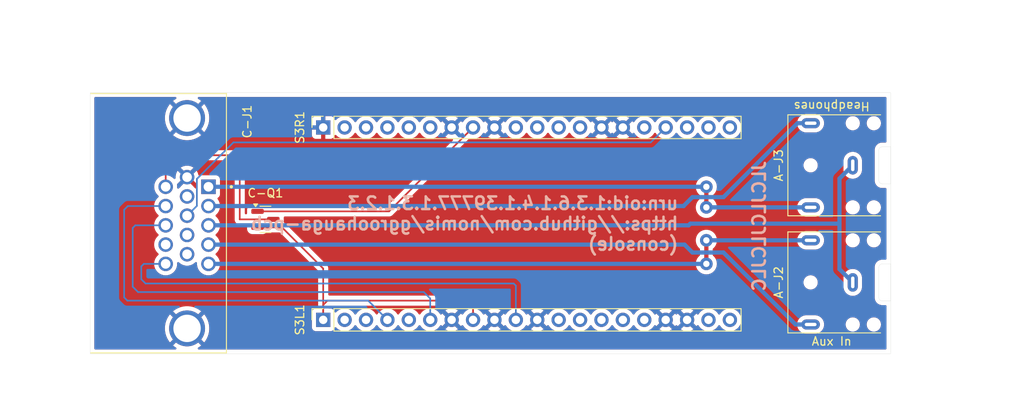
<source format=kicad_pcb>
(kicad_pcb (version 20241229) (generator "pcbnew") (generator_version "9.0")
  (layers (0 "F.Cu" signal) (2 "B.Cu" signal) (13 "F.Paste" user) (15 "B.Paste" user) (5 "F.SilkS" user "F.Silkscreen") (7 "B.SilkS" user "B.Silkscreen") (1 "F.Mask" user) (3 "B.Mask" user) (25 "Edge.Cuts" user))
  (net 0 "")
  (net 2 "AUDIO_HEADPHONES_L")
  (net 3 "AUDIO_HEADPHONES_R")
  (net 4 "AUDIO_AUX_L")
  (net 8 "+3.3V")
  (net 27 "AUDIO_GROUND")
  (net 28 "AUDIO_AUX_R")
  (net 29 "/Common/GPIO_L8_C8_M10{slash}AMP_POWER_IN")
  (net 30 "/Common/GPIO_L9_C9_M13{slash}AMP_TX")
  (net 31 "/Common/GPIO_L14_C48_M33{slash}AMP_DETECT")
  (net 32 "/Common/GPIO_L10_C10_M14{slash}AMP_RX")
  (net 33 "/Common/GPIO_L48_C35_M36{slash}CON_ANNOUNCE")
  (net 34 "/Common/GPIO_L13_C47_M26{slash}AMP_ANNOUNCE")
  (net 35 "/Common/GPIO_L4_C4_M2{slash}CON_RX")
  (net 36 "/Common/CON_POWER_OUT")
  (net 37 "/Common/GPIO_L6_C6_M4{slash}CON_TX")
  (net 38 "/Common/GPIO_L17_C17_M8{slash}CON_DETECT")
  (net 39 "/Common/GPIO_L40_C40_M41{slash}CON_POWER_OUT")
  (net 40 "GND")
  (footprint "Package_TO_SOT_SMD:SOT-23" (layer "F.Cu") (at 74.676 65.532)
    (property "Reference" "C-Q1" (at 0 -3.1265 0) (layer "F.SilkS"))
    (property "Value" "DMP2004K")
    (fp_line (start 0 -1.56) (end -0.65 -1.56) (stroke (width 0.12)) (layer "F.SilkS"))
    (fp_line (start 0 -1.56) (end 0.65 -1.56) (stroke (width 0.12)) (layer "F.SilkS"))
    (fp_line (start 0 1.56) (end -0.65 1.56) (stroke (width 0.12)) (layer "F.SilkS"))
    (fp_line (start 0 1.56) (end 0.65 1.56) (stroke (width 0.12)) (layer "F.SilkS"))
    (fp_poly (pts (xy -1.1625 -1.51) (xy -1.4025 -1.84) (xy -0.9225 -1.84)) (stroke (width 0.12)) (fill yes) (layer "F.SilkS"))
    (pad "1" smd roundrect (at -0.9375 -0.95) (size 1.475 0.6) (layers "F.Cu" "F.Mask" "F.Paste") (net 39 "/Common/GPIO_L40_C40_M41{slash}CON_POWER_OUT"))
    (pad "2" smd roundrect (at -0.9375 0.95) (size 1.475 0.6) (layers "F.Cu" "F.Mask" "F.Paste") (net 8 "+3.3V"))
    (pad "3" smd roundrect (at 0.9375 0) (size 1.475 0.6) (layers "F.Cu" "F.Mask" "F.Paste") (net 36 "/Common/CON_POWER_OUT"))
  )
  (footprint "ggroohauga:Jack_3.5mm_CUI_SJ1-3523N_Horizontal" (layer "F.Cu") (at 144.373248 73.01992 90)
    (property "Reference" "A-J2" (at 0 -8.8 90) (layer "F.SilkS"))
    (property "Value" "Aux In" (at -7 -2.5 0) (layer "F.SilkS"))
    (fp_line (start 6 -7.7) (end 6 3.3) (stroke (width 0.12)) (layer "F.SilkS"))
    (fp_line (start -6 -7.7) (end 6 -7.7) (stroke (width 0.12)) (layer "F.SilkS"))
    (fp_line (start -6 3.3) (end -6 -7.7) (stroke (width 0.12)) (layer "F.SilkS"))
    (fp_line (start 1.8 3.1) (end -1.8 3.1) (stroke (width 0.0254)) (layer "Edge.Cuts"))
    (fp_line (start 2.2 3.5) (end 2.2 4.5) (stroke (width 0.0254)) (layer "Edge.Cuts"))
    (fp_line (start -2.2 3.5) (end -2.2 4.5) (stroke (width 0.0254)) (layer "Edge.Cuts"))
    (fp_line (start 2.2 4.5) (end -2.2 4.5) (stroke (width 0.0254)) (layer "Edge.Cuts"))
    (fp_arc (start 1.8 3.1) (mid 2.082843 3.217157) (end 2.2 3.5) (stroke (width 0.0254)) (layer "Edge.Cuts"))
    (fp_arc (start -2.2 3.5) (mid -2.082843 3.217158) (end -1.8 3.1) (stroke (width 0.0254)) (layer "Edge.Cuts"))
    (pad "" np_thru_hole circle (at -5 0 90) (size 1.2 1.2) (drill 1.2) (layers "*.Cu" "*.Mask"))
    (pad "" np_thru_hole circle (at -5 2.5 90) (size 1.2 1.2) (drill 1.2) (layers "*.Cu" "*.Mask"))
    (pad "" np_thru_hole circle (at 0 -5 90) (size 1.2 1.2) (drill 1.2) (layers "*.Cu" "*.Mask"))
    (pad "" np_thru_hole circle (at 5 0 90) (size 1.2 1.2) (drill 1.2) (layers "*.Cu" "*.Mask"))
    (pad "" np_thru_hole circle (at 5 2.5 90) (size 1.2 1.2) (drill 1.2) (layers "*.Cu" "*.Mask"))
    (pad "R" thru_hole oval (at -5 -5 90) (size 1.2 2.2) (drill oval 0.4 1.4) (layers "*.Cu" "*.Mask") (net 28 "AUDIO_AUX_R"))
    (pad "S" thru_hole oval (at 0 0 90) (size 2.2 1.2) (drill oval 1.4 0.4) (layers "*.Cu" "*.Mask") (net 27 "AUDIO_GROUND"))
    (pad "T" thru_hole oval (at 5 -5 270) (size 1.2 2.2) (drill oval 0.4 1.4) (layers "*.Cu" "*.Mask") (net 4 "AUDIO_AUX_L"))
  )
  (footprint "Connector_PinSocket_2.54mm:PinSocket_1x20_P2.54mm_Vertical" (layer "F.Cu") (at 81.534 54.61 90)
    (property "Reference" "S3R1" (at 0 -2.77 90) (layer "F.SilkS"))
    (property "Value" "Conn_01x20_Socket")
    (fp_line (start 1.33 -1.33) (end 1.33 0) (stroke (width 0.12)) (layer "F.SilkS"))
    (fp_line (start 0 -1.33) (end 1.33 -1.33) (stroke (width 0.12)) (layer "F.SilkS"))
    (fp_line (start 1.33 1.27) (end 1.33 49.59) (stroke (width 0.12)) (layer "F.SilkS"))
    (fp_line (start -1.33 1.27) (end 1.33 1.27) (stroke (width 0.12)) (layer "F.SilkS"))
    (fp_line (start -1.33 1.27) (end -1.33 49.59) (stroke (width 0.12)) (layer "F.SilkS"))
    (fp_line (start -1.33 49.59) (end 1.33 49.59) (stroke (width 0.12)) (layer "F.SilkS"))
    (pad "1" thru_hole rect (at 0 0 90) (size 1.7 1.7) (drill 1) (layers "*.Cu" "*.Mask") (net 40 "GND"))
    (pad "2" thru_hole circle (at 0 2.54 90) (size 1.7 1.7) (drill 1) (layers "*.Cu" "*.Mask"))
    (pad "3" thru_hole circle (at 0 5.08 90) (size 1.7 1.7) (drill 1) (layers "*.Cu" "*.Mask"))
    (pad "4" thru_hole circle (at 0 7.62 90) (size 1.7 1.7) (drill 1) (layers "*.Cu" "*.Mask"))
    (pad "5" thru_hole circle (at 0 10.16 90) (size 1.7 1.7) (drill 1) (layers "*.Cu" "*.Mask"))
    (pad "6" thru_hole circle (at 0 12.7 90) (size 1.7 1.7) (drill 1) (layers "*.Cu" "*.Mask"))
    (pad "7" thru_hole circle (at 0 15.24 90) (size 1.7 1.7) (drill 1) (layers "*.Cu" "*.Mask") (net 40 "GND"))
    (pad "8" thru_hole circle (at 0 17.78 90) (size 1.7 1.7) (drill 1) (layers "*.Cu" "*.Mask") (net 39 "/Common/GPIO_L40_C40_M41{slash}CON_POWER_OUT"))
    (pad "9" thru_hole circle (at 0 20.32 90) (size 1.7 1.7) (drill 1) (layers "*.Cu" "*.Mask") (net 40 "GND"))
    (pad "10" thru_hole circle (at 0 22.86 90) (size 1.7 1.7) (drill 1) (layers "*.Cu" "*.Mask"))
    (pad "11" thru_hole circle (at 0 25.4 90) (size 1.7 1.7) (drill 1) (layers "*.Cu" "*.Mask"))
    (pad "12" thru_hole circle (at 0 27.94 90) (size 1.7 1.7) (drill 1) (layers "*.Cu" "*.Mask"))
    (pad "13" thru_hole circle (at 0 30.48 90) (size 1.7 1.7) (drill 1) (layers "*.Cu" "*.Mask") (net 33 "/Common/GPIO_L48_C35_M36{slash}CON_ANNOUNCE"))
    (pad "14" thru_hole circle (at 0 33.02 90) (size 1.7 1.7) (drill 1) (layers "*.Cu" "*.Mask") (net 40 "GND"))
    (pad "15" thru_hole circle (at 0 35.56 90) (size 1.7 1.7) (drill 1) (layers "*.Cu" "*.Mask") (net 40 "GND"))
    (pad "16" thru_hole circle (at 0 38.1 90) (size 1.7 1.7) (drill 1) (layers "*.Cu" "*.Mask") (net 31 "/Common/GPIO_L14_C48_M33{slash}AMP_DETECT"))
    (pad "17" thru_hole circle (at 0 40.64 90) (size 1.7 1.7) (drill 1) (layers "*.Cu" "*.Mask") (net 34 "/Common/GPIO_L13_C47_M26{slash}AMP_ANNOUNCE"))
    (pad "18" thru_hole circle (at 0 43.18 90) (size 1.7 1.7) (drill 1) (layers "*.Cu" "*.Mask"))
    (pad "19" thru_hole circle (at 0 45.72 90) (size 1.7 1.7) (drill 1) (layers "*.Cu" "*.Mask"))
    (pad "20" thru_hole circle (at 0 48.26 90) (size 1.7 1.7) (drill 1) (layers "*.Cu" "*.Mask"))
  )
  (footprint "Amphenol:AMPHENOL_L717HDE15PD1CH4F" (layer "F.Cu") (at 65.3796 65.9892 -90)
    (property "Reference" "C-J1" (at -12.075 -7.135 90) (layer "F.SilkS"))
    (property "Value" "DE15_Pins_HighDensity_MountingHoles")
    (fp_line (start -15.405 11.43) (end -15.405 -4.67) (stroke (width 0.127)) (layer "F.SilkS"))
    (fp_line (start 15.405 11.43) (end 15.405 -4.67) (stroke (width 0.127)) (layer "F.SilkS"))
    (fp_line (start -15.405 -4.67) (end 15.405 -4.67) (stroke (width 0.127)) (layer "F.SilkS"))
    (fp_circle (center -4.33 -5.25) (end -4.23 -5.25) (stroke (width 0.2)) (fill no) (layer "F.SilkS"))
    (pad "0" thru_hole circle (at -12.495 0 270) (size 4.266 4.266) (drill 3.25) (layers "*.Cu" "*.Mask") (net 40 "GND"))
    (pad "0" thru_hole circle (at 12.495 0 270) (size 4.266 4.266) (drill 3.25) (layers "*.Cu" "*.Mask") (net 40 "GND"))
    (pad "1" thru_hole rect (at -4.33 -2.54 270) (size 1.725 1.725) (drill 1.15) (layers "*.Cu" "*.Mask") (net 3 "AUDIO_HEADPHONES_R"))
    (pad "2" thru_hole circle (at -2.04 -2.54 270) (size 1.725 1.725) (drill 1.15) (layers "*.Cu" "*.Mask") (net 2 "AUDIO_HEADPHONES_L"))
    (pad "3" thru_hole circle (at 0.25 -2.54 270) (size 1.725 1.725) (drill 1.15) (layers "*.Cu" "*.Mask") (net 27 "AUDIO_GROUND"))
    (pad "4" thru_hole circle (at 2.54 -2.54 270) (size 1.725 1.725) (drill 1.15) (layers "*.Cu" "*.Mask") (net 28 "AUDIO_AUX_R"))
    (pad "5" thru_hole circle (at 4.83 -2.54 270) (size 1.725 1.725) (drill 1.15) (layers "*.Cu" "*.Mask") (net 4 "AUDIO_AUX_L"))
    (pad "6" thru_hole circle (at -5.475 0 270) (size 1.725 1.725) (drill 1.15) (layers "*.Cu" "*.Mask") (net 40 "GND"))
    (pad "7" thru_hole circle (at -3.185 0 270) (size 1.725 1.725) (drill 1.15) (layers "*.Cu" "*.Mask"))
    (pad "8" thru_hole circle (at -0.895 0 270) (size 1.725 1.725) (drill 1.15) (layers "*.Cu" "*.Mask") (net 34 "/Common/GPIO_L13_C47_M26{slash}AMP_ANNOUNCE"))
    (pad "9" thru_hole circle (at 1.395 0 270) (size 1.725 1.725) (drill 1.15) (layers "*.Cu" "*.Mask"))
    (pad "10" thru_hole circle (at 3.685 0 270) (size 1.725 1.725) (drill 1.15) (layers "*.Cu" "*.Mask"))
    (pad "11" thru_hole circle (at -4.33 2.54 270) (size 1.725 1.725) (drill 1.15) (layers "*.Cu" "*.Mask") (net 36 "/Common/CON_POWER_OUT"))
    (pad "12" thru_hole circle (at -2.04 2.54 270) (size 1.725 1.725) (drill 1.15) (layers "*.Cu" "*.Mask") (net 35 "/Common/GPIO_L4_C4_M2{slash}CON_RX"))
    (pad "13" thru_hole circle (at 0.25 2.54 270) (size 1.725 1.725) (drill 1.15) (layers "*.Cu" "*.Mask") (net 37 "/Common/GPIO_L6_C6_M4{slash}CON_TX"))
    (pad "14" thru_hole circle (at 2.54 2.54 270) (size 1.725 1.725) (drill 1.15) (layers "*.Cu" "*.Mask"))
    (pad "15" thru_hole circle (at 4.83 2.54 270) (size 1.725 1.725) (drill 1.15) (layers "*.Cu" "*.Mask") (net 38 "/Common/GPIO_L17_C17_M8{slash}CON_DETECT"))
  )
  (footprint "Connector_PinSocket_2.54mm:PinSocket_1x20_P2.54mm_Vertical" (layer "F.Cu") (at 81.534 77.47 90)
    (property "Reference" "S3L1" (at 0 -2.77 90) (layer "F.SilkS"))
    (property "Value" "Conn_01x20_Socket")
    (fp_line (start 1.33 -1.33) (end 1.33 0) (stroke (width 0.12)) (layer "F.SilkS"))
    (fp_line (start 0 -1.33) (end 1.33 -1.33) (stroke (width 0.12)) (layer "F.SilkS"))
    (fp_line (start 1.33 1.27) (end 1.33 49.59) (stroke (width 0.12)) (layer "F.SilkS"))
    (fp_line (start -1.33 1.27) (end 1.33 1.27) (stroke (width 0.12)) (layer "F.SilkS"))
    (fp_line (start -1.33 1.27) (end -1.33 49.59) (stroke (width 0.12)) (layer "F.SilkS"))
    (fp_line (start -1.33 49.59) (end 1.33 49.59) (stroke (width 0.12)) (layer "F.SilkS"))
    (pad "1" thru_hole rect (at 0 0 90) (size 1.7 1.7) (drill 1) (layers "*.Cu" "*.Mask") (net 8 "+3.3V"))
    (pad "2" thru_hole circle (at 0 2.54 90) (size 1.7 1.7) (drill 1) (layers "*.Cu" "*.Mask"))
    (pad "3" thru_hole circle (at 0 5.08 90) (size 1.7 1.7) (drill 1) (layers "*.Cu" "*.Mask"))
    (pad "4" thru_hole circle (at 0 7.62 90) (size 1.7 1.7) (drill 1) (layers "*.Cu" "*.Mask") (net 35 "/Common/GPIO_L4_C4_M2{slash}CON_RX"))
    (pad "5" thru_hole circle (at 0 10.16 90) (size 1.7 1.7) (drill 1) (layers "*.Cu" "*.Mask"))
    (pad "6" thru_hole circle (at 0 12.7 90) (size 1.7 1.7) (drill 1) (layers "*.Cu" "*.Mask") (net 37 "/Common/GPIO_L6_C6_M4{slash}CON_TX"))
    (pad "7" thru_hole circle (at 0 15.24 90) (size 1.7 1.7) (drill 1) (layers "*.Cu" "*.Mask") (net 40 "GND"))
    (pad "8" thru_hole circle (at 0 17.78 90) (size 1.7 1.7) (drill 1) (layers "*.Cu" "*.Mask") (net 8 "+3.3V"))
    (pad "9" thru_hole circle (at 0 20.32 90) (size 1.7 1.7) (drill 1) (layers "*.Cu" "*.Mask") (net 40 "GND"))
    (pad "10" thru_hole circle (at 0 22.86 90) (size 1.7 1.7) (drill 1) (layers "*.Cu" "*.Mask") (net 38 "/Common/GPIO_L17_C17_M8{slash}CON_DETECT"))
    (pad "11" thru_hole circle (at 0 25.4 90) (size 1.7 1.7) (drill 1) (layers "*.Cu" "*.Mask") (net 40 "GND"))
    (pad "12" thru_hole circle (at 0 27.94 90) (size 1.7 1.7) (drill 1) (layers "*.Cu" "*.Mask") (net 29 "/Common/GPIO_L8_C8_M10{slash}AMP_POWER_IN"))
    (pad "13" thru_hole circle (at 0 30.48 90) (size 1.7 1.7) (drill 1) (layers "*.Cu" "*.Mask"))
    (pad "14" thru_hole circle (at 0 33.02 90) (size 1.7 1.7) (drill 1) (layers "*.Cu" "*.Mask"))
    (pad "15" thru_hole circle (at 0 35.56 90) (size 1.7 1.7) (drill 1) (layers "*.Cu" "*.Mask") (net 30 "/Common/GPIO_L9_C9_M13{slash}AMP_TX"))
    (pad "16" thru_hole circle (at 0 38.1 90) (size 1.7 1.7) (drill 1) (layers "*.Cu" "*.Mask") (net 32 "/Common/GPIO_L10_C10_M14{slash}AMP_RX"))
    (pad "17" thru_hole circle (at 0 40.64 90) (size 1.7 1.7) (drill 1) (layers "*.Cu" "*.Mask") (net 40 "GND"))
    (pad "18" thru_hole circle (at 0 43.18 90) (size 1.7 1.7) (drill 1) (layers "*.Cu" "*.Mask") (net 40 "GND"))
    (pad "19" thru_hole circle (at 0 45.72 90) (size 1.7 1.7) (drill 1) (layers "*.Cu" "*.Mask"))
    (pad "20" thru_hole circle (at 0 48.26 90) (size 1.7 1.7) (drill 1) (layers "*.Cu" "*.Mask"))
  )
  (footprint "ggroohauga:Jack_3.5mm_CUI_SJ1-3523N_Horizontal" (layer "F.Cu") (at 144.373248 59.1058 90)
    (property "Reference" "A-J3" (at 0 -8.8 90) (layer "F.SilkS"))
    (property "Value" "Headphones" (at 7 -2.5 180) (layer "F.SilkS"))
    (fp_line (start 6 -7.7) (end 6 3.3) (stroke (width 0.12)) (layer "F.SilkS"))
    (fp_line (start -6 -7.7) (end 6 -7.7) (stroke (width 0.12)) (layer "F.SilkS"))
    (fp_line (start -6 3.3) (end -6 -7.7) (stroke (width 0.12)) (layer "F.SilkS"))
    (fp_line (start 1.8 3.1) (end -1.8 3.1) (stroke (width 0.0254)) (layer "Edge.Cuts"))
    (fp_line (start 2.2 3.5) (end 2.2 4.5) (stroke (width 0.0254)) (layer "Edge.Cuts"))
    (fp_line (start -2.2 3.5) (end -2.2 4.5) (stroke (width 0.0254)) (layer "Edge.Cuts"))
    (fp_line (start 2.2 4.5) (end -2.2 4.5) (stroke (width 0.0254)) (layer "Edge.Cuts"))
    (fp_arc (start 1.8 3.1) (mid 2.082843 3.217157) (end 2.2 3.5) (stroke (width 0.0254)) (layer "Edge.Cuts"))
    (fp_arc (start -2.2 3.5) (mid -2.082843 3.217158) (end -1.8 3.1) (stroke (width 0.0254)) (layer "Edge.Cuts"))
    (pad "" np_thru_hole circle (at -5 0 90) (size 1.2 1.2) (drill 1.2) (layers "*.Cu" "*.Mask"))
    (pad "" np_thru_hole circle (at -5 2.5 90) (size 1.2 1.2) (drill 1.2) (layers "*.Cu" "*.Mask"))
    (pad "" np_thru_hole circle (at 0 -5 90) (size 1.2 1.2) (drill 1.2) (layers "*.Cu" "*.Mask"))
    (pad "" np_thru_hole circle (at 5 0 90) (size 1.2 1.2) (drill 1.2) (layers "*.Cu" "*.Mask"))
    (pad "" np_thru_hole circle (at 5 2.5 90) (size 1.2 1.2) (drill 1.2) (layers "*.Cu" "*.Mask"))
    (pad "R" thru_hole oval (at -5 -5 90) (size 1.2 2.2) (drill oval 0.4 1.4) (layers "*.Cu" "*.Mask") (net 3 "AUDIO_HEADPHONES_R"))
    (pad "S" thru_hole oval (at 0 0 90) (size 2.2 1.2) (drill oval 1.4 0.4) (layers "*.Cu" "*.Mask") (net 27 "AUDIO_GROUND"))
    (pad "T" thru_hole oval (at 5 -5 270) (size 1.2 2.2) (drill oval 0.4 1.4) (layers "*.Cu" "*.Mask") (net 2 "AUDIO_HEADPHONES_L"))
  )
  (gr_rect (start 53.8734 50.4892) (end 148.8734 81.4892) (stroke (width 0.0254)) (fill no) (layer "Edge.Cuts"))
  (gr_text "JLCJLCJLCJLC" (at 134.144 58.42 90) (layer "B.SilkS") (effects (font (size 1.5 1.5) (thickness 0.3) (bold yes)) (justify left bottom mirror)))
  (gr_text "urn:oid:1.3.6.1.4.1.39777.1.3.1.2.3\nhttps://github.com/nomis/ggroohauga-pcb\n(console)" (at 123.825 66.04 0) (layer "B.SilkS") (effects (font (size 1.5 1.5) (thickness 0.3) (bold yes)) (justify left mirror)))
  (segment (start 124.2996 63.9492) (end 124.2996 63.9398) (width 0.5) (layer "B.Cu") (net 2))
  (segment (start 124.2996 63.9398) (end 125.349 62.8904) (width 0.5) (layer "B.Cu") (net 2))
  (segment (start 129.032 62.8904) (end 137.8166 54.1058) (width 0.5) (layer "B.Cu") (net 2))
  (segment (start 67.9196 63.9492) (end 124.2996 63.9492) (width 0.5) (layer "B.Cu") (net 2))
  (segment (start 137.8166 54.1058) (end 139.373248 54.1058) (width 0.5) (layer "B.Cu") (net 2))
  (segment (start 125.349 62.8904) (end 129.032 62.8904) (width 0.5) (layer "B.Cu") (net 2))
  (segment (start 127 61.6592) (end 127 64.1058) (width 0.5) (layer "F.Cu") (net 3))
  (via (at 127 61.6592) (size 1.5) (drill 0.75) (layers "F.Cu" "B.Cu") (net 3))
  (via (at 127 64.1058) (size 1.5) (drill 0.75) (layers "F.Cu" "B.Cu") (net 3))
  (segment (start 67.9196 61.6592) (end 127 61.6592) (width 0.5) (layer "B.Cu") (net 3))
  (segment (start 127 64.1058) (end 139.373248 64.1058) (width 0.5) (layer "B.Cu") (net 3))
  (segment (start 127 68.01992) (end 127 70.8192) (width 0.5) (layer "F.Cu") (net 4))
  (via (at 127 70.8192) (size 1.5) (drill 0.75) (layers "F.Cu" "B.Cu") (net 4))
  (via (at 127 68.01992) (size 1.5) (drill 0.75) (layers "F.Cu" "B.Cu") (net 4))
  (segment (start 127 68.01992) (end 139.373248 68.01992) (width 0.5) (layer "B.Cu") (net 4))
  (segment (start 67.9196 70.8192) (end 127 70.8192) (width 0.5) (layer "B.Cu") (net 4))
  (segment (start 99.314 75.438) (end 99.06 75.184) (width 0.2) (layer "F.Cu") (net 8))
  (segment (start 76.642 66.482) (end 81.534 71.374) (width 0.2) (layer "F.Cu") (net 8))
  (segment (start 99.06 75.184) (end 82.042 75.184) (width 0.2) (layer "F.Cu") (net 8))
  (segment (start 99.314 77.47) (end 99.314 75.438) (width 0.2) (layer "F.Cu") (net 8))
  (segment (start 81.534 77.47) (end 81.534 71.374) (width 0.2) (layer "F.Cu") (net 8))
  (segment (start 73.7385 66.482) (end 76.642 66.482) (width 0.2) (layer "F.Cu") (net 8))
  (segment (start 82.042 75.184) (end 81.534 75.692) (width 0.2) (layer "F.Cu") (net 8))
  (segment (start 81.534 75.692) (end 81.534 77.47) (width 0.2) (layer "F.Cu") (net 8))
  (segment (start 142.795 66.04) (end 142.795 60.684048) (width 0.5) (layer "B.Cu") (net 27))
  (segment (start 142.795 66.04) (end 142.795 71.441672) (width 0.5) (layer "B.Cu") (net 27))
  (segment (start 124.8958 66.2392) (end 67.9196 66.2392) (width 0.5) (layer "B.Cu") (net 27))
  (segment (start 142.795 71.441672) (end 144.373248 73.01992) (width 0.5) (layer "B.Cu") (net 27))
  (segment (start 142.795 66.04) (end 125.095 66.04) (width 0.5) (layer "B.Cu") (net 27))
  (segment (start 142.795 60.684048) (end 144.373248 59.1058) (width 0.5) (layer "B.Cu") (net 27))
  (segment (start 125.095 66.04) (end 124.8958 66.2392) (width 0.5) (layer "B.Cu") (net 27))
  (segment (start 129.032 69.469) (end 137.58292 78.01992) (width 0.5) (layer "B.Cu") (net 28))
  (segment (start 125.349 69.469) (end 129.032 69.469) (width 0.5) (layer "B.Cu") (net 28))
  (segment (start 124.4092 68.5292) (end 125.349 69.469) (width 0.5) (layer "B.Cu") (net 28))
  (segment (start 67.9196 68.5292) (end 124.4092 68.5292) (width 0.5) (layer "B.Cu") (net 28))
  (segment (start 137.58292 78.01992) (end 139.373248 78.01992) (width 0.5) (layer "B.Cu") (net 28))
  (segment (start 120.396 56.388) (end 122.174 54.61) (width 0.2) (layer "B.Cu") (net 34))
  (segment (start 70.88025 56.388) (end 120.396 56.388) (width 0.2) (layer "B.Cu") (net 34))
  (segment (start 66.5421 63.9317) (end 66.5421 60.72615) (width 0.2) (layer "B.Cu") (net 34))
  (segment (start 65.3796 65.0942) (end 66.5421 63.9317) (width 0.2) (layer "B.Cu") (net 34))
  (segment (start 66.5421 60.72615) (end 70.88025 56.388) (width 0.2) (layer "B.Cu") (net 34))
  (segment (start 62.8396 63.9492) (end 58.3518 63.9492) (width 0.2) (layer "B.Cu") (net 35))
  (segment (start 57.912 74.803) (end 58.293 75.184) (width 0.2) (layer "B.Cu") (net 35))
  (segment (start 57.912 64.389) (end 57.912 74.803) (width 0.2) (layer "B.Cu") (net 35))
  (segment (start 58.3518 63.9492) (end 57.912 64.389) (width 0.2) (layer "B.Cu") (net 35))
  (segment (start 86.868 75.184) (end 89.154 77.47) (width 0.2) (layer "B.Cu") (net 35))
  (segment (start 58.293 75.184) (end 86.868 75.184) (width 0.2) (layer "B.Cu") (net 35))
  (segment (start 75.6135 65.532) (end 71.628 65.532) (width 0.2) (layer "F.Cu") (net 36))
  (segment (start 71.628 58.42) (end 71.12 57.912) (width 0.2) (layer "F.Cu") (net 36))
  (segment (start 62.8396 59.0804) (end 64.008 57.912) (width 0.2) (layer "F.Cu") (net 36))
  (segment (start 71.628 65.532) (end 71.628 58.42) (width 0.2) (layer "F.Cu") (net 36))
  (segment (start 62.8396 61.6592) (end 62.8396 59.0804) (width 0.2) (layer "F.Cu") (net 36))
  (segment (start 64.008 57.912) (end 71.12 57.912) (width 0.2) (layer "F.Cu") (net 36))
  (segment (start 58.928 73.533) (end 59.563 74.168) (width 0.2) (layer "B.Cu") (net 37))
  (segment (start 62.8396 66.2392) (end 59.2368 66.2392) (width 0.2) (layer "B.Cu") (net 37))
  (segment (start 59.563 74.168) (end 93.472 74.168) (width 0.2) (layer "B.Cu") (net 37))
  (segment (start 94.234 74.93) (end 94.234 77.47) (width 0.2) (layer "B.Cu") (net 37))
  (segment (start 93.472 74.168) (end 94.234 74.93) (width 0.2) (layer "B.Cu") (net 37))
  (segment (start 59.2368 66.2392) (end 58.928 66.548) (width 0.2) (layer "B.Cu") (net 37))
  (segment (start 58.928 66.548) (end 58.928 73.533) (width 0.2) (layer "B.Cu") (net 37))
  (segment (start 104.394 77.47) (end 104.394 73.406) (width 0.2) (layer "B.Cu") (net 38))
  (segment (start 59.944 71.12) (end 60.2448 70.8192) (width 0.2) (layer "B.Cu") (net 38))
  (segment (start 59.944 72.644) (end 59.944 71.12) (width 0.2) (layer "B.Cu") (net 38))
  (segment (start 60.2448 70.8192) (end 62.8396 70.8192) (width 0.2) (layer "B.Cu") (net 38))
  (segment (start 104.14 73.152) (end 60.452 73.152) (width 0.2) (layer "B.Cu") (net 38))
  (segment (start 104.394 73.406) (end 104.14 73.152) (width 0.2) (layer "B.Cu") (net 38))
  (segment (start 59.944 72.644) (end 60.452 73.152) (width 0.2) (layer "B.Cu") (net 38))
  (segment (start 73.7385 64.582) (end 89.342 64.582) (width 0.2) (layer "F.Cu") (net 39))
  (segment (start 89.342 64.582) (end 99.314 54.61) (width 0.2) (layer "F.Cu") (net 39))
  (zone (net 40) (net_name "GND") (layers "F.Cu" "B.Cu") (connect_pads (clearance 0.5)) (min_thickness 0.25) (fill yes (thermal_gap 0.5) (thermal_bridge_width 0.5))
    (polygon (pts (xy 43.18 43.18) (xy 154.94 43.18) (xy 154.94 88.9) (xy 43.18 88.9)))
  )
)
</source>
